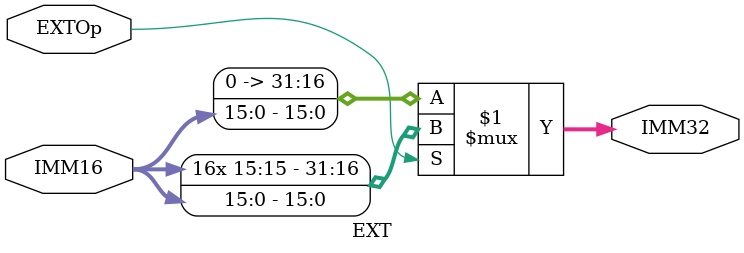
<source format=v>
module EXT(IMM16, EXTOp, IMM32);
    
  input [15:0] IMM16;
  input EXTOp;
  output [31:0] IMM32;
   
  assign IMM32 = (EXTOp)?{{16{IMM16[15]}}, IMM16}:{16'd0, IMM16};
         
endmodule

</source>
